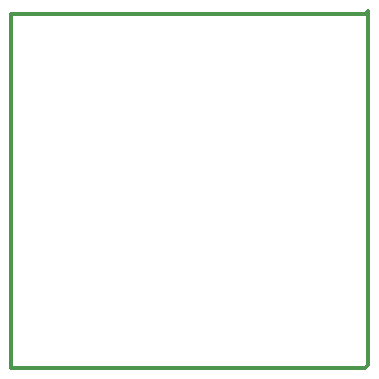
<source format=gbr>
G04 start of page 4 for group 2 idx 2 *
G04 Title: (unknown), outline *
G04 Creator: pcb 4.3.0 *
G04 CreationDate: Wed Nov 16 10:12:24 2022 UTC *
G04 For: harkaitz *
G04 Format: Gerber/RS-274X *
G04 PCB-Dimensions (mm): 100.00 80.00 *
G04 PCB-Coordinate-Origin: lower left *
%MOMM*%
%FSLAX43Y43*%
%LNOUTLINE*%
%ADD23C,0.300*%
G54D23*X31000Y27000D02*X1000D01*
Y57000D01*
X31000D01*
X31250Y57250D01*
Y27250D01*
X31000Y27000D01*
M02*

</source>
